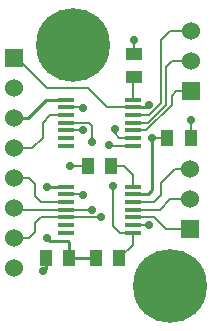
<source format=gtl>
G04 (created by PCBNEW-RS274X (2012-01-19 BZR 3256)-stable) date 08/02/2013 12:46:22*
G01*
G70*
G90*
%MOIN*%
G04 Gerber Fmt 3.4, Leading zero omitted, Abs format*
%FSLAX34Y34*%
G04 APERTURE LIST*
%ADD10C,0.006000*%
%ADD11R,0.060000X0.060000*%
%ADD12C,0.060000*%
%ADD13C,0.246100*%
%ADD14R,0.057900X0.016500*%
%ADD15R,0.043300X0.055100*%
%ADD16R,0.055100X0.043300*%
%ADD17C,0.028000*%
%ADD18C,0.010000*%
G04 APERTURE END LIST*
G54D10*
G54D11*
X43550Y-20950D03*
G54D12*
X43550Y-19950D03*
X43550Y-18950D03*
G54D11*
X43500Y-25550D03*
G54D12*
X43500Y-24550D03*
X43500Y-23550D03*
G54D13*
X42850Y-27450D03*
X39600Y-19400D03*
G54D12*
X37650Y-24850D03*
X37650Y-23850D03*
G54D11*
X37650Y-19850D03*
G54D12*
X37650Y-20850D03*
X37650Y-21850D03*
X37650Y-22850D03*
X37650Y-25850D03*
X37650Y-26850D03*
G54D14*
X41602Y-22000D03*
X41602Y-21744D03*
X41602Y-21488D03*
X41602Y-21232D03*
X39398Y-21232D03*
X41602Y-22768D03*
X41602Y-22512D03*
X41602Y-22256D03*
X39398Y-21488D03*
X39398Y-21744D03*
X39398Y-22000D03*
X39398Y-22256D03*
X39398Y-22512D03*
X39398Y-22768D03*
X41602Y-24900D03*
X41602Y-24644D03*
X41602Y-24388D03*
X41602Y-24132D03*
X39398Y-24132D03*
X41602Y-25668D03*
X41602Y-25412D03*
X41602Y-25156D03*
X39398Y-24388D03*
X39398Y-24644D03*
X39398Y-24900D03*
X39398Y-25156D03*
X39398Y-25412D03*
X39398Y-25668D03*
G54D15*
X43543Y-22500D03*
X42757Y-22500D03*
X38707Y-26500D03*
X39493Y-26500D03*
G54D16*
X41650Y-20493D03*
X41650Y-19707D03*
G54D15*
X40893Y-23450D03*
X40107Y-23450D03*
X41153Y-26500D03*
X40367Y-26500D03*
G54D17*
X38750Y-24150D03*
X38750Y-25850D03*
X40250Y-22650D03*
X40250Y-24900D03*
X40800Y-22750D03*
X40950Y-24100D03*
X39950Y-22250D03*
X40550Y-25150D03*
X39950Y-21500D03*
X42150Y-25400D03*
X41650Y-19250D03*
X39950Y-24400D03*
X39500Y-23450D03*
X38620Y-26960D03*
X43550Y-21900D03*
X41000Y-22200D03*
X42150Y-21400D03*
X42250Y-22500D03*
G54D18*
X38718Y-21232D02*
X38100Y-21850D01*
X39460Y-25960D02*
X38860Y-25960D01*
X38768Y-24132D02*
X38750Y-24150D01*
X38860Y-25960D02*
X38750Y-25850D01*
X39493Y-25993D02*
X39460Y-25960D01*
X39398Y-21232D02*
X38718Y-21232D01*
X40367Y-26500D02*
X39493Y-26500D01*
X39398Y-24132D02*
X38768Y-24132D01*
X39493Y-26500D02*
X39493Y-25993D01*
X38100Y-21850D02*
X37650Y-21850D01*
X38768Y-24132D02*
X38750Y-24150D01*
X38768Y-24132D02*
X38750Y-24150D01*
G54D10*
X43050Y-20950D02*
X43550Y-20950D01*
X42900Y-21400D02*
X42900Y-21100D01*
X42900Y-21100D02*
X43050Y-20950D01*
X42044Y-22256D02*
X42900Y-21400D01*
X41602Y-22256D02*
X42044Y-22256D01*
X41602Y-25156D02*
X42306Y-25156D01*
X42306Y-25156D02*
X42700Y-25550D01*
X42700Y-25550D02*
X43500Y-25550D01*
X42144Y-21744D02*
X42550Y-21338D01*
X42550Y-19250D02*
X42850Y-18950D01*
X42550Y-21338D02*
X42550Y-19250D01*
X42850Y-18950D02*
X43550Y-18950D01*
X41602Y-21744D02*
X42144Y-21744D01*
X43000Y-23550D02*
X43500Y-23550D01*
X42550Y-24400D02*
X42550Y-24000D01*
X42550Y-24000D02*
X43000Y-23550D01*
X41602Y-24644D02*
X42306Y-24644D01*
X42306Y-24644D02*
X42550Y-24400D01*
X39398Y-24900D02*
X37700Y-24900D01*
X40250Y-22100D02*
X40150Y-22000D01*
X39398Y-22000D02*
X40150Y-22000D01*
X40250Y-22650D02*
X40250Y-22100D01*
X39398Y-24900D02*
X40250Y-24900D01*
X37700Y-24900D02*
X37650Y-24850D01*
X41602Y-25668D02*
X41602Y-26091D01*
X41168Y-25668D02*
X40950Y-25450D01*
X41602Y-22768D02*
X41068Y-22768D01*
X41602Y-26091D02*
X41153Y-26500D01*
X41068Y-22768D02*
X40800Y-22750D01*
X41602Y-25668D02*
X41168Y-25668D01*
X40950Y-25450D02*
X40950Y-24100D01*
X38600Y-22500D02*
X38250Y-22850D01*
X38856Y-21744D02*
X38600Y-22000D01*
X38250Y-22850D02*
X37650Y-22850D01*
X38600Y-22000D02*
X38600Y-22500D01*
X39398Y-21744D02*
X38856Y-21744D01*
X39398Y-24644D02*
X38544Y-24644D01*
X38350Y-24450D02*
X38350Y-24050D01*
X38350Y-24050D02*
X38150Y-23850D01*
X38150Y-23850D02*
X37650Y-23850D01*
X38544Y-24644D02*
X38350Y-24450D01*
X42100Y-22000D02*
X42700Y-21400D01*
X41602Y-22000D02*
X42100Y-22000D01*
X42900Y-19950D02*
X43550Y-19950D01*
X42700Y-21400D02*
X42700Y-20150D01*
X42700Y-20150D02*
X42900Y-19950D01*
X42850Y-24550D02*
X43500Y-24550D01*
X42500Y-24900D02*
X42850Y-24550D01*
X41602Y-24900D02*
X42500Y-24900D01*
X39950Y-22250D02*
X39944Y-22256D01*
X39398Y-25156D02*
X40544Y-25156D01*
X38350Y-25350D02*
X38350Y-25650D01*
X39944Y-22256D02*
X39398Y-22256D01*
X40544Y-25156D02*
X40550Y-25150D01*
X38544Y-25156D02*
X38350Y-25350D01*
X39398Y-25156D02*
X38544Y-25156D01*
X38350Y-25650D02*
X38150Y-25850D01*
X38150Y-25850D02*
X37650Y-25850D01*
G54D18*
X38707Y-26500D02*
X38707Y-26873D01*
G54D10*
X39398Y-21488D02*
X39938Y-21488D01*
X41162Y-22512D02*
X41000Y-22350D01*
G54D18*
X38707Y-26873D02*
X38620Y-26960D01*
G54D10*
X41602Y-22512D02*
X41162Y-22512D01*
X39398Y-24388D02*
X39938Y-24388D01*
X41602Y-25412D02*
X42138Y-25412D01*
X41000Y-22350D02*
X41000Y-22200D01*
X43543Y-21907D02*
X43550Y-21900D01*
X40107Y-23450D02*
X39500Y-23450D01*
X41650Y-19707D02*
X41650Y-19250D01*
X39938Y-24388D02*
X39950Y-24400D01*
X43543Y-22500D02*
X43543Y-21907D01*
X39938Y-21488D02*
X39950Y-21500D01*
X42138Y-25412D02*
X42150Y-25400D01*
X41602Y-20541D02*
X41650Y-20493D01*
X41602Y-21232D02*
X41602Y-20541D01*
X41602Y-23752D02*
X41602Y-24132D01*
X40893Y-23450D02*
X41300Y-23450D01*
X41300Y-23450D02*
X41602Y-23752D01*
G54D18*
X42250Y-24250D02*
X42250Y-22500D01*
X42112Y-24388D02*
X42250Y-24250D01*
X41602Y-24388D02*
X42112Y-24388D01*
X41602Y-21488D02*
X42062Y-21488D01*
G54D10*
X40100Y-20850D02*
X38750Y-20850D01*
G54D18*
X42062Y-21488D02*
X42150Y-21400D01*
G54D10*
X37750Y-19850D02*
X37650Y-19850D01*
X42757Y-22500D02*
X42250Y-22500D01*
X38750Y-20850D02*
X37750Y-19850D01*
X42250Y-24250D02*
X42112Y-24388D01*
X42250Y-22500D02*
X42250Y-24250D01*
X41602Y-21488D02*
X40738Y-21488D01*
X40738Y-21488D02*
X40100Y-20850D01*
M02*

</source>
